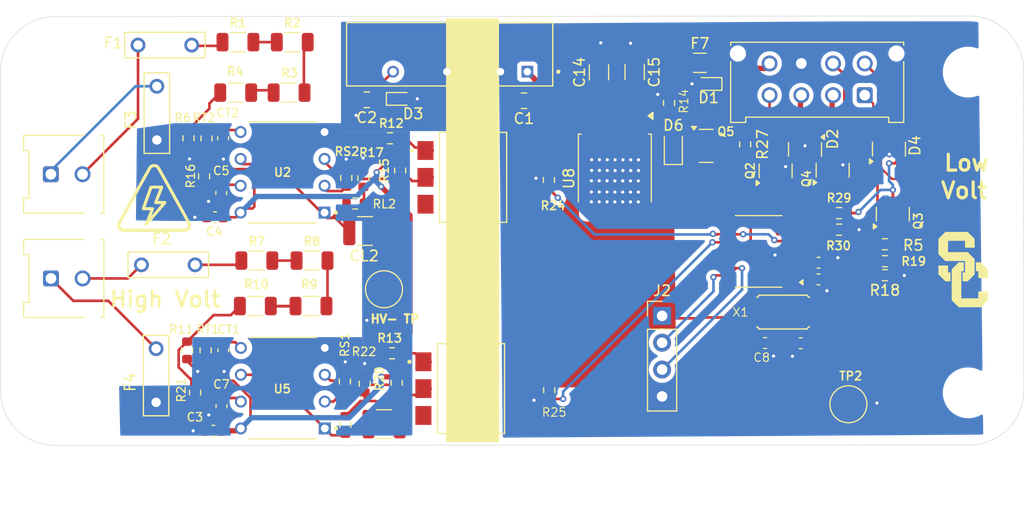
<source format=kicad_pcb>
(kicad_pcb (version 20241229) (generator "pcbnew") (generator_version "9.0")
  (layers (0 "F.Cu" signal) (2 "B.Cu" signal) (13 "F.Paste" user) (15 "B.Paste" user) (5 "F.SilkS" user "F.Silkscreen") (7 "B.SilkS" user "B.Silkscreen") (1 "F.Mask" user) (3 "B.Mask" user) (25 "Edge.Cuts" user))
  (net 0 "")
  (net 1 "Net-(R3-Pad2)")
  (net 2 "Net-(R16-Pad1)")
  (net 3 "Net-(R2-Pad2)")
  (net 4 "Net-(R1-Pad2)")
  (net 5 "/HV+_postAIR")
  (net 6 "SDCin")
  (net 7 "Net-(R7-Pad2)")
  (net 8 "/HV+_preAIR")
  (net 9 "Net-(R8-Pad2)")
  (net 10 "Net-(R10-Pad1)")
  (net 11 "CHG")
  (net 12 "Net-(R10-Pad2)")
  (net 13 "12V_HV")
  (net 14 "Net-(R13-Pad2)")
  (net 15 "AIR+_en")
  (net 16 "HV-")
  (net 17 "Net-(R12-Pad2)")
  (net 18 "Net-(U2-FOUT)")
  (net 19 "Pre_en_gate")
  (net 20 "Net-(U2-RC)")
  (net 21 "Net-(U5-RC)")
  (net 22 "Net-(U2-IREF)")
  (net 23 "Net-(U5-IREF)")
  (net 24 "Net-(U2-IOUT)")
  (net 25 "Net-(U5-IOUT)")
  (net 26 "Net-(U2-COMPIN)")
  (net 27 "AIR+_en_gate")
  (net 28 "GLV+")
  (net 29 "f_preAIR")
  (net 30 "f_postAIR")
  (net 31 "Net-(U5-COMPIN)")
  (net 32 "Net-(U5-FOUT)")
  (net 33 "Pre_en")
  (net 34 "GLV-")
  (net 35 "Precharge_Fault")
  (net 36 "Net-(Molex1-Pin_1)")
  (net 37 "Net-(Molex1-Pin_2)")
  (net 38 "Net-(Molex2-Pin_2)")
  (net 39 "Net-(Molex2-Pin_1)")
  (net 42 "Net-(CL2-Pad2)")
  (net 43 "Net-(CL1-Pad2)")
  (net 44 "Net-(U7-PC14)")
  (net 45 "Net-(U7-PC15)")
  (net 46 "3.3 V")
  (net 47 "Pre_GLV+")
  (net 48 "SWCLK")
  (net 50 "SWDIO")
  (net 51 "Net-(U7-PA5)")
  (net 53 "unconnected-(U7-PA8-Pad15)")
  (net 56 "Net-(U7-PA3)")
  (net 57 "Charge_on")
  (net 58 "Net-(Q5-G)")
  (net 59 "Net-(D1-K)")
  (net 61 "Net-(U7-PA2)")
  (footprint "Diode_SMD:D_SOD-523" (layer "F.Cu") (at 169.2775 116.79 180)
    (property "Reference" "D1")
    (property "Value" "PESD15VS1UB")
  )
  (footprint "Resistor_SMD:R_0603_1608Metric" (layer "F.Cu") (at 181.62 129.01)
    (property "Reference" "R29")
    (property "Value" "33k")
  )
  (footprint "Capacitor_SMD:C_0603_1608Metric" (layer "F.Cu") (at 122.4175 149.6025 180)
    (property "Reference" "C3")
    (property "Value" "100nF")
  )
  (footprint "Package_TO_SOT_SMD:SOT-23" (layer "F.Cu") (at 175.6175 125.0025 90)
    (property "Reference" "Q2")
    (property "Value" "AO3400A")
  )
  (footprint "TestPoint:TestPoint_Pad_D3.0mm" (layer "F.Cu") (at 182.505 147.09)
    (property "Reference" "TP2")
    (property "Value" "TestPoint")
  )
  (footprint "footprints:CONV_TBA_1-1212E" (layer "F.Cu") (at 144.78 113.98 180)
    (property "Reference" "PS1" (hide yes))
    (property "Value" "TBA_1-1212E")
  )
  (footprint "Capacitor_SMD:C_0603_1608Metric" (layer "F.Cu") (at 123.175 127.1 -90)
    (property "Reference" "C5")
    (property "Value" "100nF")
  )
  (footprint "Resistor_SMD:R_0603_1608Metric" (layer "F.Cu") (at 139.77 145.06 -90)
    (property "Reference" "R20")
    (property "Value" "10k")
  )
  (footprint "Capacitor_SMD:C_0603_1608Metric" (layer "F.Cu") (at 123.1925 147.2775 -90)
    (property "Reference" "C7")
    (property "Value" "100nF")
  )
  (footprint "Capacitor_SMD:C_0603_1608Metric" (layer "F.Cu") (at 179.69 133.7)
    (property "Reference" "C9" (hide yes))
    (property "Value" "100nF")
  )
  (footprint "HV_Fuse:FUSE_BK_PCS" (layer "F.Cu") (at 117.01 144.37 90)
    (property "Reference" "F4")
    (property "Value" "750mA")
  )
  (footprint "Package_TO_SOT_SMD:SOT-23" (layer "F.Cu") (at 186.7075 129.11 90)
    (property "Reference" "Q3")
    (property "Value" "AO3401A")
  )
  (footprint "Resistor_SMD:R_0603_1608Metric" (layer "F.Cu") (at 136.625 125.7 90)
    (property "Reference" "R17")
    (property "Value" "47")
  )
  (footprint "Resistor_SMD:R_0603_1608Metric" (layer "F.Cu") (at 119.9425 141.99 -90)
    (property "Reference" "R11")
    (property "Value" "25k")
  )
  (footprint "HV_Fuse:FUSE_BK_PCS" (layer "F.Cu") (at 117.08 119.55 90)
    (property "Reference" "F3")
    (property "Value" "750mA")
  )
  (footprint "MountingHole:MountingHole_4.3mm_M4" (layer "F.Cu") (at 193.84 146.01)
    (property "Reference" "H4" (hide yes))
    (property "Value" "MountingHole")
  )
  (footprint "Package_TO_SOT_SMD:SOT-23" (layer "F.Cu") (at 181.015 124.9525 90)
    (property "Reference" "Q4")
    (property "Value" "AO3400A")
  )
  (footprint "Capacitor_SMD:C_1210_3225Metric" (layer "F.Cu") (at 136.7625 130.7)
    (property "Reference" "CL2")
    (property "Value" "ECPU1C105MA5")
  )
  (footprint "Capacitor_SMD:C_0805_2012Metric" (layer "F.Cu") (at 136.94 118.29 180)
    (property "Reference" "C2")
    (property "Value" "0.47uF")
  )
  (footprint "Resistor_SMD:R_0603_1608Metric" (layer "F.Cu") (at 165.54 118.59 90)
    (property "Reference" "R14")
    (property "Value" "47k")
  )
  (footprint "Package_TO_SOT_SMD:SOT-23" (layer "F.Cu") (at 178.4 122.9825 -90)
    (property "Reference" "D2")
    (property "Value" "MMBZxx")
  )
  (footprint "Resistor_SMD:R_1206_3216Metric" (layer "F.Cu") (at 126.5375 133.5)
    (property "Reference" "R7")
    (property "Value" "210k")
  )
  (footprint "MountingHole:MountingHole_4.3mm_M4" (layer "F.Cu") (at 193.84 115.67)
    (property "Reference" "H2" (hide yes))
    (property "Value" "MountingHole")
  )
  (footprint "Resistor_SMD:R_0603_1608Metric" (layer "F.Cu") (at 154.17 125.88 -90)
    (property "Reference" "R24")
    (property "Value" "1k")
  )
  (footprint "LOGO" (layer "F.Cu") (at 193.35 134.35)
    (property "Reference" "G***" (hide yes))
    (property "Value" "LOGO" (hide yes))
  )
  (footprint "HV_Fuse:FUSE_BK_PCS" (layer "F.Cu") (at 118.16 133.9)
    (property "Reference" "F2")
    (property "Value" "750mA")
  )
  (footprint "footprints:DIP794W45P254L959H508Q8" (layer "F.Cu") (at 128.975 125.15 180)
    (property "Reference" "U2")
    (property "Value" "LM331")
  )
  (footprint "Capacitor_SMD:C_0603_1608Metric" (layer "F.Cu") (at 179.67 135.28 180)
    (property "Reference" "C10" (hide yes))
    (property "Value" "4.7uF")
  )
  (footprint "Resistor_SMD:R_0603_1608Metric" (layer "F.Cu") (at 121.775 121.95 -90)
    (property "Reference" "RT2")
    (property "Value" "0603WAF6801T5E")
  )
  (footprint "Resistor_SMD:R_0603_1608Metric" (layer "F.Cu") (at 172.74 122.51 90)
    (property "Reference" "R27")
    (property "Value" "47")
  )
  (footprint "Resistor_SMD:R_1206_3216Metric" (layer "F.Cu") (at 131.7625 133.5)
    (property "Reference" "R8")
    (property "Value" "210k")
  )
  (footprint "Resistor_SMD:R_1206_3216Metric" (layer "F.Cu") (at 124.7525 112.835)
    (property "Reference" "R1")
    (property "Value" "210k")
  )
  (footprint "Diode_SMD:D_SOD-523" (layer "F.Cu") (at 140.05 118.2)
    (property "Reference" "D3")
    (property "Value" "PESD15VS1UB")
  )
  (footprint "Resistor_SMD:R_0603_1608Metric" (layer "F.Cu") (at 139.14 121.93)
    (property "Reference" "R12")
    (property "Value" "4.7k")
  )
  (footprint "Resistor_SMD:R_0603_1608Metric" (layer "F.Cu") (at 181.62 130.57 180)
    (property "Reference" "R30")
    (property "Value" "10k")
  )
  (footprint "Diode_SMD:D_SOD-323" (layer "F.Cu") (at 165.94 122.8 90)
    (property "Reference" "D6")
    (property "Value" "BZT52C10S")
  )
  (footprint "Capacitor_SMD:C_0603_1608Metric" (layer "F.Cu") (at 174.62 141.3 180)
    (property "Reference" "C8")
    (property "Value" "20pF")
  )
  (footprint "Resistor_SMD:R_0603_1608Metric" (layer "F.Cu") (at 120.075 121.925 -90)
    (property "Reference" "R6")
    (property "Value" "25k")
  )
  (footprint "Resistor_SMD:R_1206_3216Metric" (layer "F.Cu") (at 126.4 137.8 180)
    (property "Reference" "R10")
    (property "Value" "210k")
  )
  (footprint "Resistor_SMD:R_0603_1608Metric" (layer "F.Cu") (at 134.91 149.05 90)
    (property "Reference" "RL1" (hide yes))
    (property "Value" "RC0603FR-07100KL")
  )
  (footprint "Resistor_SMD:R_0603_1608Metric" (layer "F.Cu") (at 120.6925 145.99 -90)
    (property "Reference" "R21")
    (property "Value" "100k")
  )
  (footprint "Resistor_SMD:R_1206_3216Metric" (layer "F.Cu") (at 129.59 117.61 180)
    (property "Reference" "R3")
    (property "Value" "210k")
  )
  (footprint "Capacitor_SMD:C_1206_3216Metric" (layer "F.Cu") (at 158.91 115.69 90)
    (property "Reference" "C14")
    (property "Value" "10uF")
  )
  (footprint "Capacitor_SMD:C_0603_1608Metric" (layer "F.Cu") (at 123.3675 141.99 -90)
    (property "Reference" "CT1")
    (property "Value" "C1608C0G1H103JT000N")
  )
  (footprint "Capacitor_SMD:C_0603_1608Metric" (layer "F.Cu") (at 122.575 129.4 180)
    (property "Reference" "C4")
    (property "Value" "100nF")
  )
  (footprint "Package_TO_SOT_SMD:SOT-23" (layer "F.Cu") (at 169.0525 122.65)
    (property "Reference" "Q5")
    (property "Value" "AO3401A")
  )
  (footprint "Resistor_SMD:R_0603_1608Metric" (layer "F.Cu") (at 154.2 145.76 -90)
    (property "Reference" "R25")
    (property "Value" "1k")
  )
  (footprint "Capacitor_SMD:C_0603_1608Metric" (layer "F.Cu") (at 178 141.32)
    (property "Reference" "C6" (hide yes))
    (property "Value" "20pF")
  )
  (footprint "Resistor_SMD:R_0603_1608Metric" (layer "F.Cu") (at 135 125.675 -90)
    (property "Reference" "RS2")
    (property "Value" "0603WAF1202T5E")
  )
  (footprint "LOGO" (layer "F.Cu") (at 116.82 127.57)
    (property "Reference" "G***" (hide yes))
    (property "Value" "LOGO" (hide yes))
  )
  (footprint "MountingHole:MountingHole_4.3mm_M4" (layer "F.Cu") (at 107.39 115.67)
    (property "Reference" "H1" (hide yes))
    (property "Value" "MountingHole")
  )
  (footprint "Capacitor_SMD:C_1206_3216Metric" (layer "F.Cu") (at 162.28 115.67 -90)
    (property "Reference" "C15")
    (property "Value" "10uF")
  )
  (footprint "Resistor_SMD:R_0603_1608Metric" (layer "F.Cu") (at 121.55 125.525 -90)
    (property "Reference" "R16")
    (property "Value" "100k")
  )
  (footprint "Resistor_SMD:R_0603_1608Metric" (layer "F.Cu") (at 185.95 133.56)
    (property "Reference" "R19")
    (property "Value" "33k")
  )
  (footprint "Resistor_SMD:R_0603_1608Metric" (layer "F.Cu") (at 185.955 134.88 180)
    (property "Reference" "R18")
    (property "Value" "10k")
  )
  (footprint "Resistor_SMD:R_1206_3216Metric" (layer "F.Cu") (at 129.89 112.835)
    (property "Reference" "R2")
    (property "Value" "210k")
  )
  (footprint "TestPoint:TestPoint_Pad_D3.0mm" (layer "F.Cu") (at 138.57 136.21)
    (property "Reference" "TP1" (hide yes))
    (property "Value" "TestPoint")
  )
  (footprint "Resistor_SMD:R_1206_3216Metric" (layer "F.Cu") (at 131.6625 137.8 180)
    (property "Reference" "R9")
    (property "Value" "210k")
  )
  (footprint "Package_TO_SOT_SMD:SOT-23" (layer "F.Cu") (at 186.34 122.95 90)
    (property "Reference" "D4")
    (property "Value" "MMBZxx")
  )
  (footprint "Connector_Molex:Molex_Micro-Fit_3.0_43045-0212_2x01_P3.00mm_Vertical" (layer "F.Cu") (at 107.06 135.19 90)
    (property "Reference" "Molex2" (hide yes))
    (property "Value" "043045-0212")
  )
  (footprint "Resistor_SMD:R_0603_1608Metric" (layer "F.Cu") (at 135.85 128.1)
    (property "Reference" "RL2")
    (property "Value" "RC0603FR-07100KL")
  )
  (footprint "MountingHole:MountingHole_4.3mm_M4" (layer "F.Cu") (at 107.39 146.01)
    (property "Reference" "H3" (hide yes))
    (property "Value" "MountingHole")
  )
  (footprint "Package_TO_SOT_SMD:TO-252-2" (layer "F.Cu") (at 160.4075 124.84 -90)
    (property "Reference" "U8")
    (property "Value" "UA78M33QDCYRQ1")
  )
  (footprint "Resistor_SMD:R_0603_1608Metric" (layer "F.Cu") (at 134.87 144.93 -90)
    (property "Reference" "RS1")
    (property "Value" "0603WAF1202T5E")
  )
  (footprint "Resistor_SMD:R_0603_1608Metric" (layer "F.Cu") (at 185.95 131.95 180)
    (property "Reference" "R5")
    (property "Value" "10k")
  )
  (footprint "Package_SO:TSSOP-20_4.4x6.5mm_P0.65mm" (layer "F.Cu") (at 174.0125 132.63 180)
    (property "Reference" "U7" (hide yes))
    (property "Value" "STM32C011F6P6")
  )
  (footprint "Resistor_SMD:R_0603_1608Metric" (layer "F.Cu") (at 139.33 142.27)
    (property "Reference" "R13")
    (property "Value" "4.7k")
  )
  (footprint "Capacitor_SMD:C_1210_3225Metric" (layer "F.Cu") (at 138.5775 148.97)
    (property "Reference" "CL1" (hide yes))
    (property "Value" "ECPU1C105MA5")
  )
  (footprint "HV_Fuse:FUSE_BK_PCS" (layer "F.Cu") (at 117.84 113.11)
    (property "Reference" "F1")
    (property "Value" "750mA")
  )
  (footprint "Resistor_SMD:R_0603_1608Metric" (layer "F.Cu") (at 136.74 145.15 90)
    (property "Reference" "R22")
    (property "Value" "47")
  )
  (footprint "Connector_Molex:Molex_Micro-Fit_3.0_43045-0812_2x04_P3.00mm_Vertical" (layer "F.Cu") (at 184.05 117.85 180)
    (property "Reference" "J1" (hide yes))
    (property "Value" "0430450812")
  )
  (footprint "Fuse:Fuse_1206_3216Metric_Pad1.42x1.75mm_HandSolder" (layer "F.Cu") (at 168.4525 114.79)
    (property "Reference" "F7")
    (property "Value" "BORN SMD1206-050/30N")
  )
  (footprint "Capacitor_SMD:C_0603_1608Metric" (layer "F.Cu") (at 123.35 121.925 -90)
    (property "Reference" "CT2")
    (property "Value" "C1608C0G1H103JT000N")
  )
  (footprint "Crystal_Oscillator:OSCCC500X320X135" (layer "F.Cu") (at 176.33 138.37)
    (property "Reference" "X1")
    (property "Value" "X50328MSB2GI")
  )
  (footprint "Precharge:IC_H11L1SM" (layer "F.Cu") (at 146.8025 145.6125)
    (property "Reference" "U4")
    (property "Value" "H11L1")
  )
  (footprint "Connector_Molex:Molex_Micro-Fit_3.0_43045-0212_2x01_P3.00mm_Vertical" (layer "F.Cu") (at 107.05 125.33 90)
    (property "Reference" "Molex1" (hide yes))
    (property "Value" "043045-0212")
  )
  (footprint "Precharge:IC_H11L1SM" (layer "F.Cu") (at 147 125.625)
    (property "Reference" "U1")
    (property "Value" "H11L1")
  )
  (footprint "Resistor_SMD:R_0603_1608Metric" (layer "F.Cu") (at 121.6925 141.99 -90)
    (property "Reference" "RT1")
    (property "Value" "0603WAF6801T5E")
  )
  (footprint "Resistor_SMD:R_1206_3216Metric" (layer "F.Cu") (at 124.54 117.61 180)
    (property "Reference" "R4")
    (property "Value" "210k")
  )
  (footprint "Connector_PinHeader_2.54mm:PinHeader_1x04_P2.54mm_Vertical" (layer "F.Cu") (at 164.88 138.73)
    (property "Reference" "J2")
    (property "Value" "Conn_01x04_Pin")
  )
  (footprint "footprints:DIP794W45P254L959H508Q8" (layer "F.Cu") (at 128.9975 145.57 180)
    (property "Reference" "U5")
    (property "Value" "LM331")
  )
  (footprint "Capacitor_SMD:C_0805_2012Metric" (layer "F.Cu") (at 151.81 118.38 180)
    (property "Reference" "C1")
    (property "Value" "22uF")
  )
  (footprint "Resistor_SMD:R_0603_1608Metric" (layer "F.Cu") (at 140.1 124.98 -90)
    (property "Reference" "R15")
    (property "Value" "10k")
  )
  (gr_rect (start 144.4875 110.63) (end 149.4 150.62) (stroke (width 0.1)) (fill yes) (layer "F.SilkS"))
  (gr_line (start 107.439058 150.979529) (end 193.959529 150.939529) (stroke (width 0.05)) (layer "Edge.Cuts"))
  (gr_line (start 193.950471 110.359529) (end 107.44 110.42) (stroke (width 0.05)) (layer "Edge.Cuts"))
  (gr_arc (start 107.439058 150.979529) (mid 103.804521 149.474066) (end 102.299058 145.839529) (stroke (width 0.05)) (layer "Edge.Cuts"))
  (gr_arc (start 199.099529 145.799529) (mid 197.594066 149.434066) (end 193.959529 150.939529) (stroke (width 0.05)) (layer "Edge.Cuts"))
  (gr_arc (start 102.294529 115.564529) (mid 103.8 111.93) (end 107.434529 110.424529) (stroke (width 0.05)) (layer "Edge.Cuts"))
  (gr_line (start 199.099529 145.799529) (end 199.085 115.504058) (stroke (width 0.05)) (layer "Edge.Cuts"))
  (gr_arc (start 193.945 110.364058) (mid 197.579529 111.869529) (end 199.085 115.504058) (stroke (width 0.05)) (layer "Edge.Cuts"))
  (gr_line (start 102.294529 115.564529) (end 102.299058 145.839529) (stroke (width 0.05)) (layer "Edge.Cuts"))
  (gr_text "High Volt" (at 112.48 138.03 0) (layer "F.SilkS") (effects (font (size 1.5 1.5) (thickness 0.25)) (justify left bottom)))
  (gr_text "Low" (at 191.4 125.14 0) (layer "F.SilkS") (effects (font (size 1.5 1.5) (thickness 0.3)) (justify left bottom)))
  (gr_text "Volt" (at 191.11 127.75 0) (layer "F.SilkS") (effects (font (size 1.5 1.5) (thickness 0.3)) (justify left bottom)))
  (gr_text "HV- TP" (at 137.19 139.49 0) (layer "F.SilkS") (effects (font (size 0.8 0.8) (thickness 0.2) (bold yes)) (justify left bottom)))
  (segment (start 126.165 117.385) (end 128.4275 117.385) (width 0.25) (layer "F.Cu") (net 1))
  (segment (start 120.075 121.1) (end 122.0525 119.1225) (width 0.25) (layer "F.Cu") (net 2))
  (segment (start 120.1 124.7) (end 118.9 123.5) (width 0.25) (layer "F.Cu") (net 2))
  (segment (start 119.625 121.1) (end 120.075 121.1) (width 0.25) (layer "F.Cu") (net 2))
  (segment (start 118.9 123.5) (end 118.9 121.825) (width 0.25) (layer "F.Cu") (net 2))
  (segment (start 118.9 121.825) (end 119.625 121.1) (width 0.25) (layer "F.Cu") (net 2))
  (segment (start 121.55 124.7) (end 120.1 124.7) (width 0.25) (layer "F.Cu") (net 2))
  (segment (start 122.0525 118.635) (end 122.0525 119.1225) (width 0.25) (layer "F.Cu") (net 2))
  (segment (start 123.0775 117.61) (end 122.0525 118.635) (width 0.25) (layer "F.Cu") (net 2))
  (segment (start 130.99 117.31) (end 131.065 117.385) (width 0.25) (layer "F.Cu") (net 3))
  (segment (start 130.99 112.835) (end 130.99 117.31) (width 0.25) (layer "F.Cu") (net 3))
  (segment (start 126.215 112.835) (end 128.4275 112.835) (width 0.25) (layer "F.Cu") (net 4))
  (segment (start 120.515 113.185) (end 122.94 113.185) (width 0.25) (layer "F.Cu") (net 5))
  (segment (start 187.6575 130.0475) (end 186.775 130.93) (width 0.2) (layer "F.Cu") (net 6))
  (segment (start 185.39 123.8875) (end 185.599 124.0965) (width 0.2) (layer "F.Cu") (net 6))
  (segment (start 187.801 126.571057) (end 187.801 129.014) (width 0.2) (layer "F.Cu") (net 6))
  (segment (start 187.801 129.014) (end 187.6575 129.1575) (width 0.2) (layer "F.Cu") (net 6))
  (segment (start 184.85 118.65) (end 184.85 121.233032) (width 0.2) (layer "F.Cu") (net 6))
  (segment (start 184.85 121.233032) (end 185.41 121.793032) (width 0.2) (layer "F.Cu") (net 6))
  (segment (start 186.775 130.93) (end 186.775 133.56) (width 0.2) (layer "F.Cu") (net 6))
  (segment (start 185.599 124.0965) (end 185.599 124.749) (width 0.2) (layer "F.Cu") (net 6))
  (segment (start 185.41 121.793032) (end 185.41 123.693032) (width 0.2) (layer "F.Cu") (net 6))
  (segment (start 187.6575 129.1575) (end 187.6575 130.0475) (width 0.2) (layer "F.Cu") (net 6))
  (segment (start 186.63 125.78) (end 187.009943 125.78) (width 0.2) (layer "F.Cu") (net 6))
  (segment (start 184.05 117.85) (end 184.85 118.65) (width 0.2) (layer "F.Cu") (net 6))
  (segment (start 187.009943 125.78) (end 187.801 126.571057) (width 0.2) (layer "F.Cu") (net 6))
  (segment (start 185.599 124.749) (end 186.63 125.78) (width 0.2) (layer "F.Cu") (net 6))
  (segment (start 128 133.5) (end 130.3 133.5) (width 0.25) (layer "F.Cu") (net 7))
  (segment (start 124.675 133.9) (end 125.075 133.5) (width 0.25) (layer "F.Cu") (net 8))
  (segment (start 120.7 133.9) (end 124.675 133.9) (width 0.25) (layer "F.Cu") (net 8))
  (segment (start 133.225 137.7) (end 133.125 137.8) (width 0.25) (layer "F.Cu") (net 9))
  (segment (start 133.225 133.5) (end 133.225 137.7) (width 0.25) (layer "F.Cu") (net 9))
  (segment (start 128.475 137.825) (end 130.175 137.825) (width 0.25) (layer "F.Cu") (net 10))
  (segment (start 127.8625 137.8) (end 130.2 137.8) (width 0.25) (layer "F.Cu") (net 10))
  (segment (start 130.175 137.825) (end 130.2 137.8) (width 0.25) (layer "F.Cu") (net 10))
  (segment (start 186.8775 124.3) (end 186.35 124.3) (width 0.25) (layer "F.Cu") (net 11))
  (segment (start 183.35 129.01) (end 183.46 128.9) (width 0.25) (layer "F.Cu") (net 11))
  (segment (start 187.31 118.11) (end 187.31 123.693032) (width 0.25) (layer "F.Cu") (net 11))
  (segment (start 186.71 126.81) (end 186.71 127.28) (width 0.25) (layer "F.Cu") (net 11))
  (segment (start 187.29 123.8875) (end 186.8775 124.3) (width 0.25) (layer "F.Cu") (net 11))
  (segment (start 184.05 114.85) (end 187.31 118.11) (width 0.25) (layer "F.Cu") (net 11))
  (segment (start 182.445 129.01) (end 183.35 129.01) (width 0.25) (layer "F.Cu") (net 11))
  (segment (start 186.71 127.28) (end 186.7075 127.2825) (width 0.25) (layer "F.Cu") (net 11))
  (segment (start 186.7075 127.2825) (end 186.7075 128.1725) (width 0.25) (layer "F.Cu") (net 11))
  (via (at 183.46 128.9) (size 0.6) (drill 0.3) (layers "F.Cu" "B.Cu") (net 11))
  (via (at 186.71 126.81) (size 0.6) (drill 0.3) (layers "F.Cu" "B.Cu") (net 11))
  (via (at 186.35 124.3) (size 0.6) (drill 0.3) (layers "F.Cu" "B.Cu") (net 11))
  (segment (start 186.35 125.97) (end 186.35 124.3) (width 0.25) (layer "B.Cu") (net 11))
  (segment (start 185.55 126.81) (end 186.71 126.81) (width 0.25) (layer "B.Cu") (net 11))
  (segment (start 183.46 128.9) (end 185.55 126.81) (width 0.25) (layer "B.Cu") (net 11))
  (segment (start 186.71 126.33) (end 186.35 125.97) (width 0.25) (layer "B.Cu") (net 11))
  (segment (start 186.71 126.81) (end 186.71 126.33) (width 0.25) (layer "B.Cu") (net 11))
  (segment (start 120.6925 144.665) (end 120.2175 144.665) (width 0.25) (layer "F.Cu") (net 12))
  (segment (start 122.445 138.6625) (end 124.075 138.6625) (width 0.25) (layer "F.Cu") (net 12))
  (segment (start 120.5425 144.99) (end 120.5425 145.015) (width 0.25) (layer "F.Cu") (net 12))
  (segment (start 119.1425 143.59) (end 120.5425 144.99) (width 0.25) (layer "F.Cu") (net 12))
  (segment (start 124.075 138.6625) (end 124.9375 137.8) (width 0.25) (layer "F.Cu") (net 12))
  (segment (start 119.9425 141.165) (end 122.445 138.6625) (width 0.25) (layer "F.Cu") (net 12))
  (segment (start 119.1425 141.965) (end 119.9425 141.165) (width 0.25) (layer "F.Cu") (net 12))
  (segment (start 120.5425 145.015) (end 120.6925 145.165) (width 0.25) (layer "F.Cu") (net 12))
  (segment (start 119.1425 143.59) (end 119.1425 141.965) (width 0.25) (layer "F.Cu") (net 12))
  (segment (start 121.775 123.375) (end 123.25 124.85) (width 0.25) (layer "F.Cu") (net 13))
  (segment (start 126.12 128.57) (end 125.395 128.57) (width 0.25) (layer "F.Cu") (net 13))
  (segment (start 140.490196 140.284804) (end 141.030196 140.284804) (width 0.5) (layer "F.Cu") (net 13))
  (segment (start 123.3425 144.865) (end 124.311151 144.865) (width 0.25) (layer "F.Cu") (net 13))
  (segment (start 137.9775 117.0825) (end 139.43 115.63) (width 0.25) (layer "F.Cu") (net 13))
  (segment (start 140.1 124.155) (end 138.87 124.155) (width 0.25) (layer "F.Cu") (net 13))
  (segment (start 138.3 126.5) (end 141.030196 129.230196) (width 0.5) (layer "F.Cu") (net 13))
  (segment (start 123.35 129.4) (end 124.565 129.4) (width 0.25) (layer "F.Cu") (net 13))
  (segment (start 139.77 143.535) (end 138.505 142.27) (width 0.5) (layer "F.Cu") (net 13))
  (segment (start 138.305 121.94) (end 138.315 121.93) (width 0.25) (layer "F.Cu") (net 13))
  (segment (start 121.6925 143.215) (end 123.3425 144.865) (width 0.25) (layer "F.Cu") (net 13))
  (segment (start 126.3 128.39) (end 126.12 128.57) (width 0.25) (layer "F.Cu") (net 13))
  (segment (start 125.9425 148.465) (end 125.0275 149.38) (width 0.25) (layer "F.Cu") (net 13))
  (segment (start 138.315 121.93) (end 140.1 123.715) (width 0.25) (layer "F.Cu") (net 13))
  (segment (start 123.1925 149.6025) (end 124.805 149.6025) (width 0.5) (layer "F.Cu") (net 13))
  (segment (start 138.87 124.155) (end 137.875 125.15) (width 0.25) (layer "F.Cu") (net 13))
  (segment (start 139.505 144.5) (end 139.77 144.235) (width 0.5) (layer "F.Cu") (net 13))
  (segment (start 121.6925 142.815) (end 121.6925 143.215) (width 0.25) (layer "F.Cu") (net 13))
  (segment (start 121.775 122.775) (end 121.775 123.375) (width 0.25) (layer "F.Cu") (net 13))
  (segment (start 123.25 124.85) (end 126.3 124.85) (width 0.25) (layer "F.Cu") (net 13))
  (segment (start 139.35 120.895) (end 138.315 121.93) (width 0.25) (layer "F.Cu") (net 13))
  (segment (start 138.3 144.5) (end 139.505 144.5) (width 0.5) (layer "F.Cu") (net 13))
  (segment (start 125.395 128.57) (end 125.005 128.96) (width 0.25) (layer "F.Cu") (net 13))
  (segment (start 138.505 142.27) (end 140.490196 140.284804) (width 0.5) (layer "F.Cu") (net 13))
  (segment (start 139.26 118.29) (end 139.35 118.2) (width 0.25) (layer "F.Cu") (net 13))
  (segment (start 141.030196 129.230196) (end 141.030196 140.284804) (width 0.5) (layer "F.Cu") (net 13))
  (segment (start 139.77 144.235) (end 139.77 143.535) (width 0.5) (layer "F.Cu") (net 13))
  (segment (start 137.9775 118.29) (end 137.9775 117.0825) (width 0.25) (layer "F.Cu") (net 13))
  (segment (start 124.805 149.6025) (end 125.0275 149.38) (width 0.5) (layer "F.Cu") (net 13))
  (segment (start 140.1 123.715) (end 140.1 124.155) (width 0.25) (layer "F.Cu") (net 13))
  (segment (start 139.35 118.2) (end 139.35 120.895) (width 0.25) (layer "F.Cu") (net 13))
  (segment (start 126.3 124.85) (end 126.3 128.39) (width 0.25) (layer "F.Cu") (net 13))
  (segment (start 125.9425 146.496349) (end 125.9425 148.465) (width 0.25) (layer "F.Cu") (net 13))
  (segment (start 124.311151 144.865) (end 125.9425 146.496349) (width 0.25) (layer "F.Cu") (net 13))
  (segment (start 137.89 118.29) (end 139.26 118.29) (width 0.25) (layer "F.Cu") (net 13))
  (via (at 138.3 144.5) (size 0.6) (drill 0.3) (layers "F.Cu" "B.Cu") (net 13))
  (via (at 137.875 125.15) (size 0.6) (drill 0.3) (layers "F.Cu" "B.Cu") (net 13))
  (via (at 138.3 126.5) (size 0.6) (drill 0.3) (layers "F.Cu" "B.Cu") (net 13))
  (segment (start 126.529 127.436) (end 125.005 128.96) (width 0.5) (layer "B.Cu") (net 13))
  (segment (start 135.2725 148.365) (end 126.0425 148.365) (width 0.5) (layer "B.Cu") (net 13))
  (segment (start 138.3 126.5) (end 137.65 125.85) (width 0.5) (layer "B.Cu") (net 13))
  (segment (start 137.875 125.525) (end 137.65 125.75) (width 0.5) (layer "B.Cu") (net 13))
  (segment (start 135.964 127.436) (end 126.529 127.436) (width 0.5) (layer "B.Cu") (net 13))
  (segment (start 126.0425 148.365) (end 125.0275 149.38) (width 0.5) (layer "B.Cu") (net 13))
  (segment (start 137.65 125.85) (end 137.65 125.75) (width 0.5) (layer "B.Cu") (net 13))
  (segment (start 137.875 125.15) (end 137.875 125.525) (width 0.5) (layer "B.Cu") (net 13))
  (segment (start 137.65 125.75) (end 135.964 127.436) (width 0.5) (layer "B.Cu") (net 13))
  (segment (start 138.3 144.5) (end 138.3 145.3375) (width 0.5) (layer "B.Cu") (net 13))
  (segment (start 138.3 145.3375) (end 135.2725 148.365) (width 0.5) (layer "B.Cu") (net 13))
  (segment (start 140.155 142.27) (end 141.495 142.27) (width 0.25) (layer "F.Cu") (net 14))
  (segment (start 141.495 142.27) (end 142.2975 143.0725) (width 0.25) (layer "F.Cu") (net 14))
  (segment (start 142.9925 143.0725) (end 142.8075 142.8875) (width 0.25) (layer "F.Cu") (net 14))
  (segment (start 177.45 122.2325) (end 175.6175 124.065) (width 0.5) (layer "F.Cu") (net 15))
  (segment (start 177.9675 121.5275) (end 177.45 122.045) (width 0.5) (layer "F.Cu") (net 15))
  (segment (start 177.9675 117.8725) (end 177.9675 121.5275) (width 0.5) (layer "F.Cu") (net 15))
  (segment (start 121.6425 149.6025) (end 120.5175 149.6025) (width 0.5) (layer "F.Cu") (net 16))
  (segment (start 123.3675 142.765) (end 123.3675 143.915) (width 0.25) (layer "F.Cu") (net 16))
  (segment (start 123.35 123.875) (end 123.375 123.9) (width 0.25) (layer "F.Cu") (net 16))
  (segment (start 140.75 118.2) (end 141.71 118.2) (width 0.25) (layer "F.Cu") (net 16))
  (segment (start 122 127.875) (end 121.975 127.9) (width 0.25) (layer "F.Cu") (net 16))
  (segment (start 137.83 136.21) (end 137.83 138.27) (width 0.25) (layer "F.Cu") (net 16))
  (segment (start 122.0425 148.0525) (end 121.9925 148.1025) (width 0.25) (layer "F.Cu") (net 16))
  (segment (start 119.9425 142.815) (end 119.9425 142.99) (width 0.25) (layer "F.Cu") (net 16))
  (segment (start 119.9425 142.99) (end 120.9425 143.99) (width 0.25) (layer "F.Cu") (net 16))
  (segment (start 136.625 123.825) (end 136.6 123.8) (width 0.25) (layer "F.Cu") (net 16))
  (segment (start 135.93 119.76) (end 135.93 118.3175) (width 0.25) (layer "F.Cu") (net 16))
  (segment (start 141.71 118.2) (end 141.72 118.19) (width 0.25) (layer "F.Cu") (net 16))
  (segment (start 136.74 144.1775) (end 136.74 143.24) (width 0.25) (layer "F.Cu") (net 16))
  (segment (start 120.075 122.75) (end 120.075 123.791116) (width 0.25) (layer "F.Cu") (net 16))
  (segment (start 134.87 143.12) (end 134.91 143.08) (width 0.25) (layer "F.Cu") (net 16))
  (segment (start 135.93 118.3175) (end 135.9025 118.29) (width 0.25) (layer "F.Cu") (net 16))
  (segment (start 136.85 144.2875) (end 136.74 144.1775) (width 0.25) (layer "F.Cu") (net 16))
  (segment (start 136.625 124.875) (end 136.625 123.825) (width 0.25) (layer "F.Cu") (net 16))
  (segment (start 123.175 127.875) (end 122 127.875) (width 0.25) (layer "F.Cu") (net 16))
  (segment (start 121.8 129.4) (end 120.675 129.4) (width 0.25) (layer "F.Cu") (net 16))
  (segment (start 123.35 122.7) (end 123.35 123.875) (width 0.25) (layer "F.Cu") (net 16))
  (segment (start 123.1925 148.0525) (end 122.0425 148.0525) (width 0.25) (layer "F.Cu") (net 16))
  (segment (start 134.87 144.105) (end 134.87 143.12) (width 0.25) (layer "F.Cu") (net 16))
  (segment (start 135 124.85) (end 135 123.9) (width 0.25) (layer "F.Cu") (net 16))
  (segment (start 137.83 138.27) (end 136.95 139.15) (width 0.25) (layer "F.Cu") (net 16))
  (segment (start 120.075 123.791116) (end 120.172275 123.888391) (width 0.25) (layer "F.Cu") (net 16))
  (segment (start 123.3675 143.915) (end 123.4425 143.99) (width 0.25) (layer "F.Cu") (net 16))
  (via (at 121.975 127.9) (size 0.6) (drill 0.3) (layers "F.Cu" "B.Cu") (net 16))
  (via (at 135.93 119.76) (size 0.6) (drill 0.3) (layers "F.Cu" "B.Cu") (net 16))
  (via (at 121.9925 148.1025) (size 0.6) (drill 0.3) (layers "F.Cu" "B.Cu") (net 16))
  (via (at 136.74 143.24) (size 0.6) (drill 0.3) (layers "F.Cu" "B.Cu") (net 16))
  (via (at 136.95 139.15) (size 0.6) (drill 0.3) (layers "F.Cu" "B.Cu") (net 16))
  (via (at 123.4425 143.99) (size 0.6) (drill 0.3) (layers "F.Cu" "B.Cu") (net 16))
  (via (at 120.172275 123.888391) (size 0.6) (drill 0.3) (layers "F.Cu" "B.Cu") (net 16))
  (via (at 120.5175 149.6025) (size 0.6) (drill 0.3) (layers "F.Cu" "B.Cu") (net 16))
  (via (at 134.91 143.08) (size 0.6) (drill 0.3) (layers "F.Cu" "B.Cu") (net 16))
  (via (at 123.375 123.9) (size 0.6) (drill 0.3) (layers "F.Cu" "B.Cu") (net 16))
  (via (at 120.675 129.4) (size 0.6) (drill 0.3) (layers "F.Cu" "B.Cu") (net 16))
  (via (at 120.9425 143.99) (size 0.6) (drill 0.3) (layers "F.Cu" "B.Cu") (net 16))
  (via (at 141.72 118.19) (size 0.6) (drill 0.3) (layers "F.Cu" "B.Cu") (net 16))
  (via (at 136.6 123.8) (size 0.6) (drill 0.3) (layers "F.Cu" "B.Cu") (net 16))
  (via (at 135 123.9) (size 0.6) (drill 0.3) (layers "F.Cu" "B.Cu") (net 16))
  (segment (start 141.5 122.8) (end 140.63 121.93) (width 0.25) (layer "F.Cu") (net 17))
  (segment (start 140.63 121.93) (end 139.965 121.93) (width 0.25) (layer "F.Cu") (net 17))
  (segment (start 141.5 122.8) (end 142.905 122.8) (width 0.25) (layer "F.Cu") (net 17))
  (segment (start 142.905 122.8) (end 143.19 123.085) (width 0.25) (layer "F.Cu") (net 17))
  (segment (start 133.17 124.38) (end 134.565 125.775) (width 0.25) (layer "F.Cu") (net 18))
  (segment (start 134.565 125.775) (end 141.05 125.775) (width 0.25) (layer "F.Cu") (net 18))
  (segment (start 141.05 125.775) (end 141.25 125.975) (width 0.25) (layer "F.Cu") (net 18))
  (segment (start 142.84 125.975) (end 143.19 125.625) (width 0.25) (layer "F.Cu") (net 18))
  (segment (start 141.25 125.975) (end 142.84 125.975) (width 0.25) (layer "F.Cu") (net 18))
  (segment (start 178.676798 127.278202) (end 177.959072 127.278202) (width 0.25) (layer "F.Cu") (net 19))
  (segment (start 175.830298 131.005) (end 176.875 131.005) (width 0.25) (layer "F.Cu") (net 19))
  (segment (start 175.759298 129.477976) (end 175.759298 130.934) (width 0.25) (layer "F.Cu") (net 19))
  (segment (start 176.87 131.01) (end 176.875 131.005) (width 0.25) (layer "F.Cu") (net 19))
  (segment (start 180.065 125.89) (end 178.676798 127.278202) (width 0.25) (layer "F.Cu") (net 19))
  (segment (start 175.759298 130.934) (end 175.830298 131.005) (width 0.25) (layer "F.Cu") (net 19))
  (segment (start 177.959072 127.278202) (end 175.759298 129.477976) (width 0.25) (layer "F.Cu") (net 19))
  (segment (start 121.775 121.125) (end 123.325 121.125) (width 0.25) (layer "F.Cu") (net 20))
  (segment (start 123.35 121.15) (end 124.815 121.15) (width 0.25) (layer "F.Cu") (net 20))
  (segment (start 123.325 121.125) (end 123.35 121.15) (width 0.25) (layer "F.Cu") (net 20))
  (segment (start 124.4825 141.215) (end 125.0275 141.76) (width 0.25) (layer "F.Cu") (net 21))
  (segment (start 123.3175 141.165) (end 123.3675 141.215) (width 0.25) (layer "F.Cu") (net 21))
  (segment (start 123.3675 141.215) (end 124.4825 141.215) (width 0.25) (layer "F.Cu") (net 21))
  (segment (start 121.6925 141.165) (end 123.3175 141.165) (width 0.25) (layer "F.Cu") (net 21))
  (segment (start 134.58 126.92) (end 135 126.5) (width 0.25) (layer "F.Cu") (net 22))
  (segment (start 133.17 126.92) (end 134.58 126.92) (width 0.25) (layer "F.Cu") (net 22))
  (segment (start 133.1925 146.615) (end 132.9675 146.84) (width 0.25) (layer "F.Cu") (net 23))
  (segment (start 133.785 146.84) (end 134.87 145.755) (width 0.25) (layer "F.Cu") (net 23))
  (segment (start 132.9675 146.84) (end 133.785 146.84) (width 0.25) (layer "F.Cu") (net 23))
  (segment (start 133.17 129.46) (end 133.96 129.46) (width 0.25) (layer "F.Cu") (net 24))
  (segment (start 133.17 129.46) (end 133.665 129.46) (width 0.25) (layer "F.Cu") (net 24))
  (segment (start 125.23 124.38) (end 128.09 124.38) (width 0.25) (layer "F.Cu") (net 24))
  (segment (start 128.09 124.38) (end 133.17 129.46) (width 0.25) (layer "F.Cu") (net 24))
  (segment (start 133.96 129.46) (end 135.2 130.7) (width 0.25) (layer "F.Cu") (net 24))
  (segment (start 133.665 129.46) (end 135.025 128.1) (width 0.25) (layer "F.Cu") (net 24))
  (segment (start 135.1425 150.0275) (end 133.615 150.0275) (width 0.25) (layer "F.Cu") (net 25))
  (segment (start 127.8875 144.3) (end 132.9675 149.38) (width 0.25) (layer "F.Cu") (net 25))
  (segment (start 134.91 149.875) (end 136.27 149.875) (width 0.25) (layer "F.Cu") (net 25))
  (segment (start 125.0275 144.3) (end 127.8875 144.3) (width 0.25) (layer "F.Cu") (net 25))
  (segment (start 136.27 149.875) (end 137.015 149.13) (width 0.25) (layer "F.Cu") (net 25))
  (segment (start 133.615 150.0275) (end 132.9675 149.38) (width 0.25) (layer "F.Cu") (net 25))
  (segment (start 121.55 126.35) (end 123.15 126.35) (width 0.25) (layer "F.Cu") (net 26))
  (segment (start 123.15 126.35) (end 123.175 126.325) (width 0.25) (layer "F.Cu") (net 26))
  (segment (start 123.175 126.325) (end 124.91 126.325) (width 0.25) (layer "F.Cu") (net 26))
  (segment (start 173.274 127.3335) (end 173.26 127.3335) (width 0.25) (layer "F.Cu") (net 27))
  (segment (start 173.26 127.3335) (end 173.26 131.537726) (width 0.25) (layer "F.Cu") (net 27))
  (segment (start 174.6675 125.94) (end 173.274 127.3335) (width 0.25) (layer "F.Cu") (net 27))
  (segment (start 173.26 131.537726) (end 171.842726 132.955) (width 0.25) (layer "F.Cu") (net 27))
  (segment (start 174.6675 125.94) (end 174.67 125.94) (width 0.25) (layer "F.Cu") (net 27))
  (segment (start 171.15 132.955) (end 171.854916 132.955) (width 0.25) (layer "F.Cu") (net 27))
  (segment (start 171.842726 132.955) (end 171.15 132.955) (width 0.25) (layer "F.Cu") (net 27))
  (segment (start 165.6325 123.97) (end 165.54 123.8775) (width 0.5) (layer "F.Cu") (net 28))
  (segment (start 155.6275 115.6) (end 160.2675 115.6) (width 0.5) (layer "F.Cu") (net 28))
  (segment (start 152.8475 116.3475) (end 152.13 115.63) (width 0.5) (layer "F.Cu") (net 28))
  (segment (start 162.7 118.0325) (end 162.7 119.7875) (width 0.5) (layer "F.Cu") (net 28))
  (segment (start 165.54 123.8775) (end 165.54 122.98) (width 0.5) (layer "F.Cu") (net 28))
  (segment (start 162.7 119.7875) (end 162.6875 119.8) (width 0.5) (layer "F.Cu") (net 28))
  (segment (start 165.54 122.98) (end 162.6875 120.1275) (width 0.5) (layer "F.Cu") (net 28))
  (segment (start 167.745 123.97) (end 165.6325 123.97) (width 0.5) (layer "F.Cu") (net 28))
  (segment (start 162.6875 120.1275) (end 162.6875 119.8) (width 0.5) (layer "F.Cu") (net 28))
  (segment (start 160.2675 115.6) (end 162.7 118.0325) (width 0.5) (layer "F.Cu") (net 28))
  (segment (start 152.8475 118.38) (end 155.6275 115.6) (width 0.5) (layer "F.Cu") (net 28))
  (segment (start 152.8475 118.38) (end 152.8475 116.3475) (width 0.5) (layer "F.Cu") (net 28))
  (segment (start 167.8375 123.8775) (end 167.745 123.97) (width 0.5) (layer "F.Cu") (net 28))
  (segment (start 152.6325 148.1525) (end 154.2 146.585) (width 0.25) (layer "F.Cu") (net 29))
  (segment (start 154.2 146.585) (end 155.515 146.585) (width 0.25) (layer "F.Cu") (net 29))
  (segment (start 171.035 131.77) (end 171.15 131.655) (width 0.25) (layer "F.Cu") (net 29))
  (segment (start 169.64 131.77) (end 171.035 131.77) (width 0.25) (layer "F.Cu") (net 29))
  (segment (start 151.3075 148.1525) (end 152.6325 148.1525) (width 0.25) (layer "F.Cu") (net 29))
  (segment (start 150.81 148.35) (end 150.6125 148.1525) (width 0.25) (layer "F.Cu") (net 29))
  (via (at 169.64 131.77) (size 0.6) (drill 0.3) (layers "F.Cu" "B.Cu") (net 29))
  (via (at 155.515 146.585) (size 0.6) (drill 0.3) (layers "F.Cu" "B.Cu") (net 29))
  (segment (start 155.515 145.895) (end 169.64 131.77) (width 0.25) (layer "B.Cu") (net 29))
  (segment (start 155.515 146.585) (end 155.515 145.895) (width 0.25) (layer "B.Cu") (net 29))
  (segment (start 176.875 131.655) (end 175.595 131.655) (width 0.25) (layer "F.Cu") (net 30))
  (segment (start 151.505 128.165) (end 152.71 128.165) (width 0.25) (layer "F.Cu") (net 30))
  (segment (start 172.54 131.01) (end 171.155 131.01) (width 0.25) (layer "F.Cu") (net 30))
  (segment (start 170.101 131.005) (end 171.15 131.005) (width 0.25) (layer "F.Cu") (net 30))
  (segment (start 169.68318 130.971164) (end 169.742016 131.03) (width 0.25) (layer "F.Cu") (net 30))
  (segment (start 170.076 131.03) (end 170.101 131.005) (width 0.25) (layer "F.Cu") (net 30))
  (segment (start 154.17 126.705) (end 155.01 127.545) (width 0.25) (layer "F.Cu") (net 30))
  (segment (start 169.742016 131.03) (end 170.076 131.03) (width 0.25) (layer "F.Cu") (net 30))
  (segment (start 152.71 128.165) (end 154.17 126.705) (width 0.25) (layer "F.Cu") (net 30))
  (segment (start 155.01 127.545) (end 155.01 127.55) (width 0.25) (layer "F.Cu") (net 30))
  (segment (start 175.595 131.655) (end 175.5 131.56) (width 0.25) (layer "F.Cu") (net 30))
  (segment (start 171.155 131.01) (end 171.15 131.005) (width 0.25) (layer "F.Cu") (net 30))
  (via (at 175.5 131.56) (size 0.6) (drill 0.3) (layers "F.Cu" "B.Cu") (net 30))
  (via (at 169.68318 130.971164) (size 0.6) (drill 0.3) (layers "F.Cu" "B.Cu") (net 30))
  (via (at 155.01 127.55) (size 0.6) (drill 0.3) (layers "F.Cu" "B.Cu") (net 30))
  (via (at 172.54 131.01) (size 0.6) (drill 0.3) (layers "F.Cu" "B.Cu") (net 30))
  (segment (start 169.624344 131.03) (end 158.49 131.03) (width 0.25) (layer "B.Cu") (net 30))
  (segment (start 169.68318 130.971164) (end 169.624344 131.03) (width 0.25) (layer "B.Cu") (net 30))
  (segment (start 174.95 131.01) (end 175.5 131.56) (width 0.25) (layer "B.Cu") (net 30))
  (segment (start 158.49 131.03) (end 155.01 127.55) (width 0.25) (layer "B.Cu") (net 30))
  (segment (start 172.54 131.01) (end 174.95 131.01) (width 0.25) (layer "B.Cu") (net 30))
  (segment (start 122.505 146.5025) (end 122.1925 146.815) (width 0.25) (layer "F.Cu") (net 31))
  (segment (start 123.1925 146.5025) (end 122.505 146.5025) (width 0.25) (layer "F.Cu") (net 31))
  (segment (start 123.1925 146.5025) (end 124.69 146.5025) (width 0.25) (layer "F.Cu") (net 31))
  (segment (start 124.69 146.5025) (end 125.0275 146.84) (width 0.25) (layer "F.Cu") (net 31))
  (segment (start 120.6925 146.815) (end 122.1925 146.815) (width 0.25) (layer "F.Cu") (net 31))
  (segment (start 132.9675 144.3) (end 133.5325 144.865) (width 0.25) (layer "F.Cu") (net 32))
  (segment (start 135.979 145.249) (end 139.134 145.249) (width 0.25) (layer "F.Cu") (net 32))
  (segment (start 139.77 145.885) (end 140.6225 145.885) (width 0.25) (layer "F.Cu") (net 32))
  (segment (start 140.95 146.2125) (end 142.3925 146.2125) (width 0.25) (layer "F.Cu") (net 32))
  (segment (start 140.6225 145.885) (end 140.95 146.2125) (width 0.25) (layer "F.Cu") (net 32))
  (segment (start 133.5325 144.865) (end 135.595 144.865) (width 0.25) (layer "F.Cu") (net 32))
  (segment (start 139.4415 146.2135) (end 139.77 145.885) (width 0.25) (layer "F.Cu") (net 32))
  (segment (start 135.595 144.865) (end 135.979 145.249) (width 0.25) (layer "F.Cu") (net 32))
  (segment (start 132.9675 144.463004) (end 132.9675 144.3) (width 0.25) (layer "F.Cu") (net 32))
  (segment (start 142.3925 146.2125) (end 142.9925 145.6125) (width 0.25) (layer "F.Cu") (net 32))
  (segment (start 139.134 145.249) (end 139.77 145.885) (width 0.25) (layer "F.Cu") (net 32))
  (segment (start 179.35 122.045) (end 181.015 123.71) (width 0.5) (layer "F.Cu") (net 33))
  (segment (start 180.9675 119.4325) (end 179.35 121.05) (width 0.5) (layer "F.Cu") (net 33))
  (segment (start 179.35 121.05) (end 179.35 122.045) (width 0.5) (layer "F.Cu") (net 33))
  (segment (start 180.9675 117.8725) (end 180.9675 119.4325) (width 0.5) (layer "F.Cu") (net 33))
  (segment (start 159.06 113.05) (end 159.06 114.1075) (width 0.2) (layer "F.Cu") (net 34))
  (segment (start 151.6625 145.6125) (end 152.76 146.71) (width 0.2) (layer "F.Cu") (net 34))
  (segment (start 168.5675 116.78) (end 168.5775 116.79) (width 0.2) (layer "F.Cu") (net 34))
  (segment (start 159.08 113.03) (end 159.06 113.05) (width 0.2) (layer "F.Cu") (net 34))
  (segment (start 187.095 134.88) (end 186.775 135.2) (width 0.2) (layer "F.Cu") (net 34))
  (segment (start 176.5675 125.94) (end 176.5675 124.6125) (width 0.5) (layer "F.Cu") (net 34))
  (segment (start 177.205 141.3) (end 177.225 141.32) (width 0.2) (layer "F.Cu") (net 34))
  (segment (start 180.285 135.26) (end 180.285 133.665) (width 0.2) (layer "F.Cu") (net 34))
  (segment (start 176.875 132.955) (end 175.575 132.955) (width 0.2) (layer "F.Cu") (net 34))
  (segment (start 180.47 136.35) (end 180.47 135.305) (width 0.2) (layer "F.Cu") (net 34))
  (segment (start 152.865 125.625) (end 152.95 125.71) (width 0.2) (layer "F.Cu") (net 34))
  (segment (start 150.7725 118.38) (end 150.7725 116.8125) (width 0.5) (layer "F.Cu") (net 34))
  (segment (start 187.8 134.91) (end 187.77 134.88) (width 0.2) (layer "F.Cu") (net 34))
  (segment (start 182.615 146.98) (end 185.205 146.98) (width 0.2) (layer "F.Cu") (net 34))
  (segment (start 186.34 123.4) (end 186.38 123.44) (width 0.2) (layer "F.Cu") (net 34))
  (segment (start 151.505 125.625) (end 152.865 125.625) (width 0.2) (layer "F.Cu") (net 34))
  (segment (start 167.715 116.78) (end 168.5675 116.78) (width 0.2) (layer "F.Cu") (net 34))
  (segment (start 175.42 141.325) (end 175.395 141.3) (width 0.2) (layer "F.Cu") (net 34))
  (segment (start 186.34 122.0125) (end 186.34 123.4) (width 0.2) (layer "F.Cu") (net 34))
  (segment (start 177.225 141.32) (end 177.225 142.535) (width 0.2) (layer "F.Cu") (net 34))
  (segment (start 150.7725 116.8125) (end 149.59 115.63) (width 0.5) (layer "F.Cu") (net 34))
  (segment (start 180.47 135.305) (end 180.445 135.28) (width 0.2) (layer "F.Cu") (net 34))
  (segment (start 180.285 133.665) (end 180.3 133.65) (width 0.2) (layer "F.Cu") (net 34))
  (segment (start 175.575 132.955) (end 175.56 132.97) (width 0.2) (layer "F.Cu") (net 34))
  (segment (start 161.9 112.94) (end 161.9 114.1075) (width 0.2) (layer "F.Cu") (net 34))
  (segment (start 175.42 142.53) (end 175.42 141.325) (width 0.2) (layer "F.Cu") (net 34))
  (segment (start 181.04 133.7) (end 180.465 133.7) (width 0.2) (layer "F.Cu") (net 34))
  (segment (start 181.965 125.89) (end 181.965 124.455) (width 0.5) (layer "F.Cu") (net 34))
  (segment (start 165.54 117.765) (end 164.485 117.765) (width 0.5) (layer "F.Cu") (net 34))
  (segment (start 182.445 130.57) (end 183.51 130.57) (width 0.2) (layer "F.Cu") (net 34))
  (segment (start 167.715 116.78) (end 167.765 116.73) (width 0.2) (layer "F.Cu") (net 34))
  (segment (start 180.3 133.65) (end 180.715 133.65) (width 0.2) (layer "F.Cu") (net 34))
  (segment (start 177.225 142.535) (end 177.21 142.55) (width 0.2) (layer "F.Cu") (net 34))
  (segment (start 181.51 133.23) (end 181.04 133.7) (width 0.2) (layer "F.Cu") (net 34))
  (segment (start 182.505 147.09) (end 182.615 146.98) (width 0.2) (layer "F.Cu") (net 34))
  (segment (start 178.4 122.6425) (end 178.4 123.92) (width 0.5) (layer "F.Cu") (net 34))
  (segment (start 187.77 134.88) (end 187.095 134.88) (width 0.2) (layer "F.Cu") (net 34))
  (segment (start 159.08 112.9) (end 159.08 113.03) (width 0.2) (layer "F.Cu") (net 34))
  (segment (start 151.3075 145.6125) (end 151.6625 145.6125) (width 0.2) (layer "F.Cu") (net 34))
  (segment (start 164.485 117.765) (end 164.47 117.78) (width 0.2) (layer "F.Cu") (net 34))
  (via (at 158.19 127.01) (size 0.6) (drill 0.3) (layers "F.Cu" "B.Cu") (net 34))
  (via (at 161.17 124.98) (size 0.6) (drill 0.3) (layers "F.Cu" "B.Cu") (net 34))
  (via (at 159.67 125.95) (size 0.6) (drill 0.3) (layers "F.Cu" "B.Cu") (net 34))
  (via (at 159.69 123.96) (size 0.6) (drill 0.3) (layers "F.Cu" "B.Cu") (net 34))
  (via (at 158.93 127.94) (size 0.6) (drill 0.3) (layers "F.Cu" "B.Cu") (net 34))
  (via (at 158.95 124.97) (size 0.6) (drill 0.3) (layers "F.Cu" "B.Cu") (net 34))
  (via (at 185.205 146.98) (size 0.6) (drill 0.3) (layers "F.Cu" "B.Cu") (net 34))
  (via (at 160.43 123.97) (size 0.6) (drill 0.3) (layers "F.Cu" "B.Cu") (net 34))
  (via (at 164.47 117.78) (size 0.6) (drill 0.3) (layers "F.Cu" "B.Cu") (net 34))
  (via (at 176.5675 124.6125) (size 0.6) (drill 0.3) (layers "F.Cu" "B.Cu") (net 34))
  (via (at 175.56 132.97) (size 0.6) (drill 0.3) (layers "F.Cu" "B.Cu") (net 34))
  (via (at 167.715 116.78) (size 0.6) (drill 0.3) (layers "F.Cu" "B.Cu") (net 34))
  (via (at 158.19 127.94) (size 0.6) (drill 0.3) (layers "F.Cu" "B.Cu") (net 34))
  (via (at 161.89 125.96) (size 0.6) (drill 0.3) (layers "F.Cu" "B.Cu") (net 34))
  (via (at 158.93 125.95) (size 0.6) (drill 0.3) (layers "F.Cu" "B.Cu") (net 34))
  (via (at 152.76 146.71) (size 0.6) (drill 0.3) (layers "F.Cu" "B.Cu") (net 34))
  (via (at 162.65 124.98) (size 0.6) (drill 0.3) (layers "F.Cu" "B.Cu") (net 34))
  (via (at 152.95 125.71) (size 0.6) (drill 0.3) (layers "F.Cu" "B.Cu") (net 34))
  (via (at 175.42 142.53) (size 0.6) (drill 0.3) (layers "F.Cu" "B.Cu") (net 34))
  (via (at 162.63 127.95) (size 0.6) (drill 0.3) (layers "F.Cu" "B.Cu") (net 34))
  (via (at 161.17 123.97) (size 0.6) (drill 0.3) (layers "F.Cu" "B.Cu") (net 34))
  (via (at 162.65 123.97) (size 0.6) (drill 0.3) (layers "F.Cu" "B.Cu") (net 34))
  (via (at 181.9775 124.4425) (size 0.6) (drill 0.3) (layers "F.Cu" "B.Cu") (net 34))
  (via (at 161.15 127.95) (size 0.6) (drill 0.3) (layers "F.Cu" "B.Cu") (net 34))
  (via (at 160.41 127.02) (size 0.6) (drill 0.3) (layers "F.Cu" "B.Cu") (net 34))
  (via (at 159.67 127.94) (size 0.6) (drill 0.3) (layers "F.Cu" "B.Cu") (net 34))
  (via (at 159.69 124.97) (size 0.6) (drill 0.3) (layers "F.Cu" "B.Cu") (net 34))
  (via (at 161.9 112.94) (size 0.6) (drill 0.3) (layers "F.Cu" "B.Cu") (net 34))
  (via (at 187.8 134.91) (size 0.6) (drill 0.3) (layers "F.Cu" "B.Cu") (net 34))
  (via (at 161.89 127.95) (size 0.6) (drill 0.3) (layers "F.Cu" "B.Cu") (net 34))
  (via (at 160.41 125.96) (size 0.6) (drill 0.3) (layers "F.Cu" "B.Cu") (net 34))
  (via (at 161.91 123.97) (size 0.6) (drill 0.3) (layers "F.Cu" "B.Cu") (net 34))
  (via (at 161.89 127.02) (size 0.6) (drill 0.3) (layers "F.Cu" "B.Cu") (net 34))
  (via (at 158.95 123.96) (size 0.6) (drill 0.3) (layers "F.Cu" "B.Cu") (net 34))
  (via (at 181.51 133.23) (size 0.6) (drill 0.3) (layers "F.Cu" "B.Cu") (net 34))
  (via (at 161.15 127.02) (size 0.6) (drill 0.3) (layers "F.Cu" "B.Cu") (net 34))
  (via (at 161.91 124.98) (size 0.6) (drill 0.3) (layers "F.Cu" "B.Cu") (net 34))
  (via (at 158.19 125.95) (size 0.6) (drill 0.3) (layers "F.Cu" "B.Cu") (net 34))
  (via (at 159.67 127.01) (size 0.6) (drill 0.3) (layers "F.Cu" "B.Cu") (net 34))
  (via (at 158.21 123.96) (size 0.6) (drill 0.3) (layers "F.Cu" "B.Cu") (net 34))
  (via (at 183.51 130.57) (size 0.6) (drill 0.3) (layers "F.Cu" "B.Cu") (net 34))
  (via (at 186.38 123.44) (size 0.6) (drill 0.3) (layers "F.Cu" "B.Cu") (net 34))
  (via (at 158.21 124.97) (size 0.6) (drill 0.3) (layers "F.Cu" "B.Cu") (net 34))
  (via (at 178.4 122.6425) (size 0.6) (drill 0.3) (layers "F.Cu" "B.Cu") (net 34))
  (via (at 158.93 127.01) (size 0.6) (drill 0.3) (layers "F.Cu" "B.Cu") (net 34))
  (via (at 162.63 125.96) (size 0.6) (drill 0.3) (layers "F.Cu" "B.Cu") (net 34))
  (via (at 160.41 127.95) (size 0.6) (drill 0.3) (layers "F.Cu" "B.Cu") (net 34))
  (via (at 180.47 136.35) (size 0.6) (drill 0.3) (layers "F.Cu" "B.Cu") (net 34))
  (via (at 177.21 142.55) (size 0.6) (drill 0.3) (layers "F.Cu" "B.Cu") (net 34))
  (via (at 159.08 112.9) (size 0.6) (drill 0.3) (layers "F.Cu" "B.Cu") (net 34))
  (via (at 160.43 124.98) (size 0.6) (drill 0.3) (layers "F.Cu" "B.Cu") (net 34))
  (via (at 162.63 127.02) (size 0.6) (drill 0.3) (layers "F.Cu" "B.Cu") (net 34))
  (via (at 161.15 125.96) (size 0.6) (drill 0.3) (layers "F.Cu" "B.Cu") (net 34))
  (segment (start 175.05 117.85) (end 175.05 119.375) (width 0.25) (layer "F.Cu") (net 35))
  (segment (start 175.05 119.375) (end 172.74 121.685) (width 0.25) (layer "F.Cu") (net 35))
  (segment (start 115.057007 117.01) (end 117.08 117.01) (width 0.25) (layer "B.Cu") (net 36))
  (segment (start 107.05 125.33) (end 107.05 125.017007) (width 0.25) (layer "B.Cu") (net 36))
  (segment (start 107.05 125.017007) (end 115.057007 117.01) (width 0.25) (layer "B.Cu") (net 36))
  (segment (start 115.505 113.415) (end 115.175 113.085) (width 0.25) (layer "F.Cu") (net 37))
  (segment (start 110.05 125.33) (end 115.3 120.08) (width 0.25) (layer "F.Cu") (net 37))
  (segment (start 115.3 120.08) (end 115.3 113.11) (width 0.25) (layer "F.Cu") (net 37))
  (segment (start 114.33 135.19) (end 115.62 133.9) (width 0.25) (layer "F.Cu") (net 38))
  (segment (start 110.06 135.19) (end 114.33 135.19) (width 0.25) (layer "F.Cu") (net 38))
  (segment (start 115.66 133.94) (end 115.62 133.9) (width 0.25) (layer "F.Cu") (net 38))
  (segment (start 112.484 137.304) (end 109.174 137.304) (width 0.25) (layer "F.Cu") (net 39))
  (segment (start 109.174 137.304) (end 107.06 135.19) (width 0.25) (layer "F.Cu") (net 39))
  (segment (start 117.01 141.83) (end 112.484 137.304) (width 0.25) (layer "F.Cu") (net 39))
  (segment (start 136.675 126.575) (end 136.625 126.525) (width 0.25) (layer "F.Cu") (net 42))
  (segment (start 136.615 126.535) (end 136.625 126.525) (width 0.25) (layer "F.Cu") (net 42))
  (segment (start 136.675 129.05) (end 138.325 130.7) (width 0.25) (layer "F.Cu") (net 42))
  (segment (start 136.675 128.1) (end 136.675 129.05) (width 0.25) (layer "F.Cu") (net 42))
  (segment (start 136.675 128.1) (end 136.675 126.575) (width 0.25) (layer "F.Cu") (net 42))
  (segment (start 136.74 145.975) (end 136.74 146.615) (width 0.25) (layer "F.Cu") (net 43))
  (segment (start 136.35 146.785) (end 134.91 148.225) (width 0.25) (layer "F.Cu") (net 43))
  (segment (start 137.795 146.785) (end 140.14 149.13) (width 0.25) (layer "F.Cu") (net 43))
  (segment (start 136.74 146.615) (end 136.91 146.785) (width 0.25) (layer "F.Cu") (net 43))
  (segment (start 136.91 146.785) (end 136.35 146.785) (width 0.25) (layer "F.Cu") (net 43))
  (segment (start 136.91 146.785) (end 137.795 146.785) (width 0.25) (layer "F.Cu") (net 43))
  (segment (start 177.612499 134.905) (end 178.119 135.411501) (width 0.25) (layer "F.Cu") (net 44))
  (segment (start 178.775 141.32) (end 178.775 138.965) (width 0.25) (layer "F.Cu") (net 44))
  (segment (start 176.875 134.905) (end 177.612499 134.905) (width 0.25) (layer "F.Cu") (net 44))
  (segment (start 178.119 138.309) (end 178.18 138.37) (width 0.25) (layer "F.Cu") (net 44))
  (segment (start 177.9815 138.1715) (end 178.18 138.37) (width 0.25) (layer "F.Cu") (net 44))
  (segment (start 178.119 135.411501) (end 178.119 138.309) (width 0.25) (layer "F.Cu") (net 44))
  (segment (start 176.875 134.905) (end 176.182274 134.905) (width 0.25) (layer "F.Cu") (net 44))
  (segment (start 178.775 138.965) (end 178.18 138.37) (width 0.25) (layer "F.Cu") (net 44))
  (segment (start 174.48 140.665) (end 173.845 141.3) (width 0.25) (layer "F.Cu") (net 45))
  (segment (start 176.137501 134.255) (end 174.48 135.912501) (width 0.25) (layer "F.Cu") (net 45))
  (segment (start 176.875 134.255) (end 176.137501 134.255) (width 0.25) (layer "F.Cu") (net 45))
  (segment (start 174.48 135.912501) (end 174.48 138.37) (width 0.25) (layer "F.Cu") (net 45))
  (segment (start 174.48 138.37) (end 174.48 140.665) (width 0.25) (layer "F.Cu") (net 45))
  (segment (start 153.475 125.055) (end 154.17 125.055) (width 0.25) (layer "F.Cu") (net 46))
  (segment (start 174.882274 134.707726) (end 175.985 133.605) (width 0.25) (layer "F.Cu") (net 46))
  (segment (start 170.72 138.88) (end 174.882274 134.717726) (width 0.25) (layer "F.Cu") (net 46))
  (segment (start 176.875 133.605) (end 178.705 133.605) (width 0.25) (layer "F.Cu") (net 46))
  (segment (start 178.735 135.26) (end 178.735 133.665) (width 0.25) (layer "F.Cu") (net 46))
  (segment (start 150.419 124.171) (end 151.505 123.085) (width 0.25) (layer "F.Cu") (net 46))
  (segment (start 174.882274 134.717726) (end 174.882274 134.707726) (width 0.25) (layer "F.Cu") (net 46))
  (segment (start 151.505 123.085) (end 153.475 125.055) (width 0.25) (layer "F.Cu") (net 46))
  (segment (start 175.985 133.605) (end 176.875 133.605) (width 0.25) (layer "F.Cu") (net 46))
  (segment (start 178.74 133.605) (end 178.76 133.585) (width 0.25) (layer "F.Cu") (net 46))
  (segment (start 178.735 133.665) (end 178.75 133.65) (width 0.25) (layer "F.Cu") (net 46))
  (segment (start 168.44 138.88) (end 170.72 138.88) (width 0.25) (layer "F.Cu") (net 46))
  (segment (start 164.235 138.96) (end 168.36 138.96) (width 0.25) (layer "F.Cu") (net 46))
  (segment (start 168.36 138.96) (end 168.44 138.88) (width 0.25) (layer "F.Cu") (net 46))
  (segment (start 178.705 133.605) (end 178.75 133.65) (width 0.25) (layer "F.Cu") (net 46))
  (segment (start 166.965 117.9825) (end 169.99 121.0075) (width 0.5) (layer "F.Cu") (net 47))
  (segment (start 169.99 121.0075) (end 169.99 122.65) (width 0.5) (layer "F.Cu") (net 47))
  (segment (start 166.965 114.79) (end 166.965 117.9825) (width 0.5) (layer "F.Cu") (net 47))
  (segment (start 169.905 134.905) (end 171.15 134.905) (width 0.25) (layer "F.Cu") (net 48))
  (segment (start 169.74 135.07) (end 169.905 134.905) (width 0.25) (layer "F.Cu") (net 48))
  (via (at 169.74 135.07) (size 0.6) (drill 0.3) (layers "F.Cu" "B.Cu") (net 48))
  (segment (start 169.74 135.07) (end 169.74 136.41) (width 0.25) (layer "B.Cu") (net 48))
  (segment (start 169.74 136.41) (end 164.88 141.27) (width 0.25) (layer "B.Cu") (net 48))
  (segment (start 172.44 134.22) (end 171.185 134.22) (width 0.25) (layer "F.Cu") (net 50))
  (segment (start 171.185 134.22) (end 171.15 134.255) (width 0.25) (layer "F.Cu") (net 50))
  (segment (start 164.6 143.675) (end 164.235 144.04) (width 0.25) (layer "F.Cu") (net 50))
  (via (at 172.44 134.22) (size 0.6) (drill 0.3) (layers "F.Cu" "B.Cu") (net 50))
  (segment (start 172.44 134.22) (end 172.44 136.25) (width 0.25) (layer "B.Cu") (net 50))
  (segment (start 172.44 136.25) (end 164.88 143.81) (width 0.25) (layer "B.Cu") (net 50))
  (segment (start 172.74 129.502499) (end 172.74 123.335) (width 0.25) (layer "F.Cu") (net 51))
  (segment (start 171.887499 130.355) (end 172.74 129.502499) (width 0.25) (layer "F.Cu") (net 51))
  (segment (start 171.15 130.355) (end 171.887499 130.355) (width 0.25) (layer "F.Cu") (net 51))
  (segment (start 171.140164 130.345164) (end 171.15 130.355) (width 0.25) (layer "F.Cu") (net 51))
  (segment (start 171.135 132.29) (end 171.15 132.305) (width 0.25) (layer "F.Cu") (net 53))
  (segment (start 176.875 129.705) (end 179.93 129.705) (width 0.25) (layer "F.Cu") (net 56))
  (segment (start 179.93 129.705) (end 180.795 130.57) (width 0.25) (layer "F.Cu") (net 56))
  (segment (start 180.795 129.01) (end 180.795 130.57) (width 0.25) (layer "F.Cu") (net 56))
  (segment (start 185.26 129.55) (end 185.7575 130.0475) (width 0.25) (layer "F.Cu") (net 57))
  (segment (start 185.26 125.295) (end 185.26 129.55) (width 0.25) (layer "F.Cu") (net 57))
  (segment (start 182.126 115.926) (end 182.126 122.361) (width 0.25) (layer "F.Cu") (net 57))
  (segment (start 181.05 114.85) (end 182.126 115.926) (width 0.25) (layer "F.Cu") (net 57))
  (segment (start 183.84 123.875) (end 185.26 125.295) (width 0.25) (layer "F.Cu") (net 57))
  (segment (start 183.64 123.875) (end 183.84 123.875) (width 0.25) (layer "F.Cu") (net 57))
  (segment (start 185.7575 131.3175) (end 185.125 131.95) (width 0.25) (layer "F.Cu") (net 57))
  (segment (start 182.126 122.361) (end 183.64 123.875) (width 0.25) (layer "F.Cu") (net 57))
  (segment (start 185.7575 130.0475) (end 185.7575 131.3175) (width 0.25) (layer "F.Cu") (net 57))
  (segment (start 165.84 121.7) (end 165.54 121.4) (width 0.25) (layer "F.Cu") (net 58))
  (segment (start 168.115 121.7) (end 165.84 121.7) (width 0.25) (layer "F.Cu") (net 58))
  (segment (start 165.54 121.4) (end 165.54 119.415) (width 0.25) (layer "F.Cu") (net 58))
  (segment (start 169.94 114.79) (end 170 114.85) (width 0.25) (layer "F.Cu") (net 59))
  (segment (start 174.58 115.32) (end 175.05 114.85) (width 0.5) (layer "F.Cu") (net 59))
  (segment (start 170.47 115.32) (end 174.58 115.32) (width 0.5) (layer "F.Cu") (net 59))
  (segment (start 169.94 116.71) (end 169.9 116.75) (width 0.25) (layer "F.Cu") (net 59))
  (segment (start 169.94 114.79) (end 169.94 116.71) (width 0.5) (layer "F.Cu") (net 59))
  (segment (start 170 114.85) (end 170.47 115.32) (width 0.5) (layer "F.Cu") (net 59))
  (segment (start 179.355582 130.355) (end 181.604582 132.604) (width 0.25) (layer "F.Cu") (net 61))
  (segment (start 181.604582 132.604) (end 184.169 132.604) (width 0.25) (layer "F.Cu") (net 61))
  (segment (start 185.125 133.56) (end 185.125 135.2) (width 0.25) (layer "F.Cu") (net 61))
  (segment (start 176.875 130.355) (end 179.355582 130.355) (width 0.25) (layer "F.Cu") (net 61))
  (segment (start 184.169 132.604) (end 185.125 133.56) (width 0.25) (layer "F.Cu") (net 61))
  (zone (net 46) (net_name "3.3 V") (layer "F.Cu") (priority 5) (connect_pads yes (clearance 0.5)) (min_thickness 0.25) (fill yes (thermal_gap 0.5) (thermal_bridge_width 0.5))
    (polygon (pts (xy 150.489813 115.848754) (xy 166.015736 115.818801) (xy 165.989689 125.961087) (xy 166.17 139.99) (xy 162.655807 139.952862) (xy 162.724784 145.431561) (xy 150.230118 145.55001)))
  )
  (zone (net 34) (net_name "GLV-") (layer "B.Cu") (connect_pads yes (clearance 0.4)) (min_thickness 0.25) (fill yes (thermal_gap 0.5) (thermal_bridge_width 0.5))
    (polygon (pts (xy 149.799469 150.249508) (xy 195.258689 149.964889) (xy 194.798689 110.784889) (xy 149.404502 111.085949)))
  )
  (zone (net 16) (net_name "HV-") (layer "B.Cu") (priority 3) (connect_pads yes (clearance 0.5)) (min_thickness 0.25) (fill yes (thermal_gap 0.5) (thermal_bridge_width 0.5))
    (polygon (pts (xy 136.5 150.05) (xy 136.5 129.75) (xy 141.25 129.75) (xy 141.25 150.05)))
  )
  (zone (net 16) (net_name "HV-") (layer "B.Cu") (priority 4) (connect_pads yes (clearance 0.5)) (min_thickness 0.25) (fill yes (thermal_gap 0.5) (thermal_bridge_width 0.5))
    (polygon (pts (xy 145 121.25) (xy 134.5 121.25) (xy 134.5 110.85) (xy 145 110.85)))
  )
  (zone (net 16) (net_name "HV-") (layer "B.Cu") (priority 2) (connect_pads yes (clearance 0.5)) (min_thickness 0.25) (fill yes (thermal_gap 0.5) (thermal_bridge_width 0.5))
    (polygon (pts (xy 113.505951 145.363746) (xy 113.619061 150.06) (xy 140.4425 150.06) (xy 140.4425 140.74) (xy 120.4425 140.74) (xy 120.4025 145.2925)))
  )
  (zone (net 16) (net_name "HV-") (layer "B.Cu") (priority 1) (connect_pads yes (clearance 0.5)) (min_thickness 0.25) (fill yes (thermal_gap 0.5) (thermal_bridge_width 0.5))
    (polygon (pts (xy 115.1 129.7) (xy 118.775 129.75) (xy 141.025 129.75) (xy 141.025 120.5) (xy 118.775 120.5) (xy 115.2 121)))
  )
)
</source>
